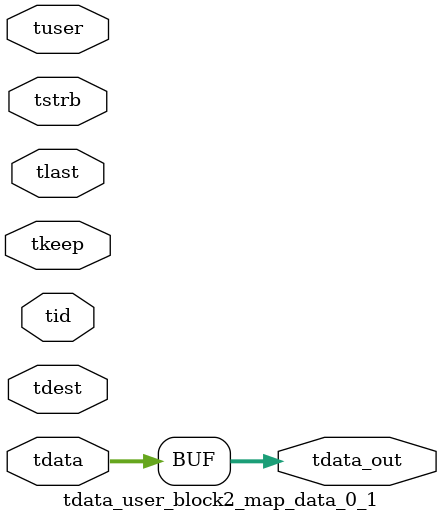
<source format=v>


`timescale 1ps/1ps

module tdata_user_block2_map_data_0_1 #
(
parameter C_S_AXIS_TDATA_WIDTH = 32,
parameter C_S_AXIS_TUSER_WIDTH = 0,
parameter C_S_AXIS_TID_WIDTH   = 0,
parameter C_S_AXIS_TDEST_WIDTH = 0,
parameter C_M_AXIS_TDATA_WIDTH = 32
)
(
input  [(C_S_AXIS_TDATA_WIDTH == 0 ? 1 : C_S_AXIS_TDATA_WIDTH)-1:0     ] tdata,
input  [(C_S_AXIS_TUSER_WIDTH == 0 ? 1 : C_S_AXIS_TUSER_WIDTH)-1:0     ] tuser,
input  [(C_S_AXIS_TID_WIDTH   == 0 ? 1 : C_S_AXIS_TID_WIDTH)-1:0       ] tid,
input  [(C_S_AXIS_TDEST_WIDTH == 0 ? 1 : C_S_AXIS_TDEST_WIDTH)-1:0     ] tdest,
input  [(C_S_AXIS_TDATA_WIDTH/8)-1:0 ] tkeep,
input  [(C_S_AXIS_TDATA_WIDTH/8)-1:0 ] tstrb,
input                                                                    tlast,
output [C_M_AXIS_TDATA_WIDTH-1:0] tdata_out
);

assign tdata_out = {tdata[31:0]};

endmodule


</source>
